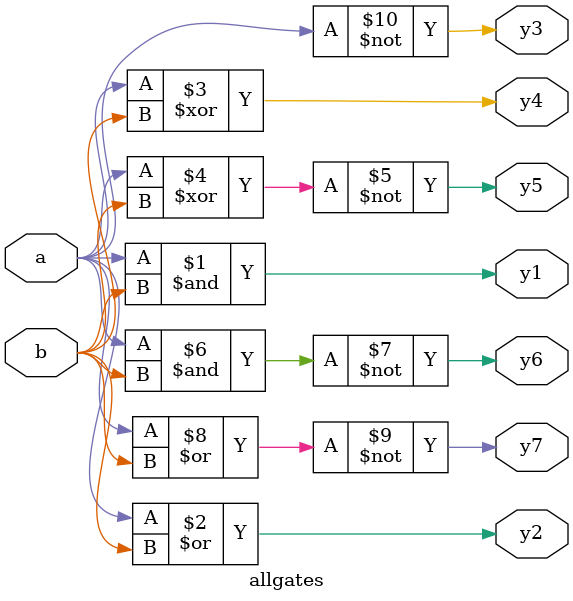
<source format=v>
module allgates(a,b,y1,y2,y3,y4,y5,y6,y7);
input a,b;
output y1,y2,y3,y4,y5,y6,y7;
and g1(y1,a,b);
or  g2(y2,a,b);
not g3(y3,a);
xor g4(y4,a,b);
xnor g5(y5,a,b);
nand g6(y6,a,b);
nor g7(y7,a,b);
endmodule

</source>
